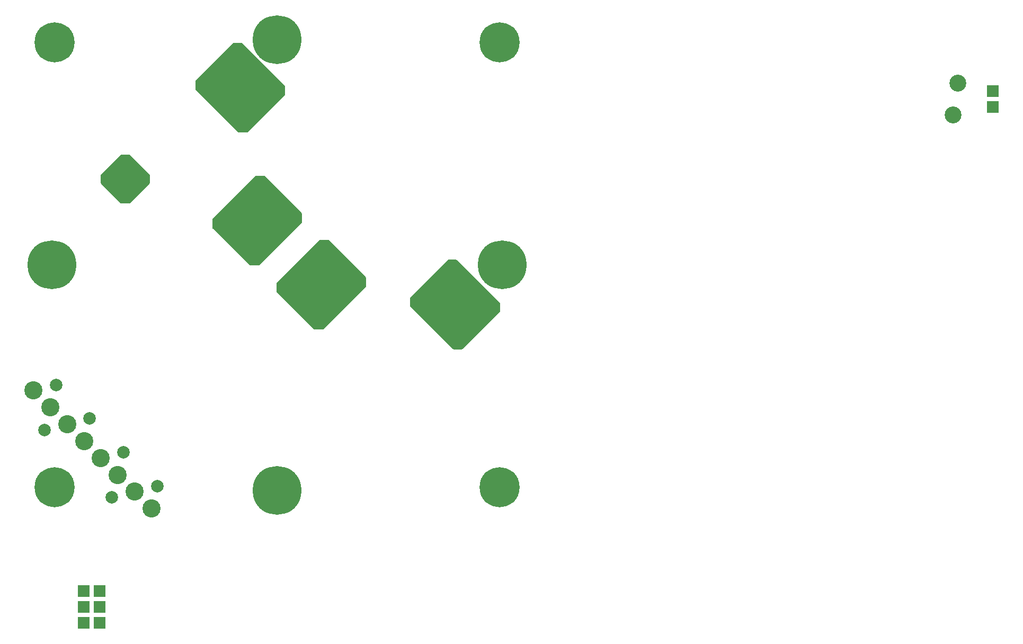
<source format=gbr>
%TF.GenerationSoftware,KiCad,Pcbnew,6.0.4-6f826c9f35~116~ubuntu20.04.1*%
%TF.CreationDate,2022-08-04T21:31:39+00:00*%
%TF.ProjectId,QFHMIX01E,5146484d-4958-4303-9145-2e6b69636164,rev?*%
%TF.SameCoordinates,Original*%
%TF.FileFunction,Soldermask,Top*%
%TF.FilePolarity,Negative*%
%FSLAX46Y46*%
G04 Gerber Fmt 4.6, Leading zero omitted, Abs format (unit mm)*
G04 Created by KiCad (PCBNEW 6.0.4-6f826c9f35~116~ubuntu20.04.1) date 2022-08-04 21:31:39*
%MOMM*%
%LPD*%
G01*
G04 APERTURE LIST*
G04 Aperture macros list*
%AMRoundRect*
0 Rectangle with rounded corners*
0 $1 Rounding radius*
0 $2 $3 $4 $5 $6 $7 $8 $9 X,Y pos of 4 corners*
0 Add a 4 corners polygon primitive as box body*
4,1,4,$2,$3,$4,$5,$6,$7,$8,$9,$2,$3,0*
0 Add four circle primitives for the rounded corners*
1,1,$1+$1,$2,$3*
1,1,$1+$1,$4,$5*
1,1,$1+$1,$6,$7*
1,1,$1+$1,$8,$9*
0 Add four rect primitives between the rounded corners*
20,1,$1+$1,$2,$3,$4,$5,0*
20,1,$1+$1,$4,$5,$6,$7,0*
20,1,$1+$1,$6,$7,$8,$9,0*
20,1,$1+$1,$8,$9,$2,$3,0*%
G04 Aperture macros list end*
%ADD10C,2.000000*%
%ADD11C,2.900000*%
%ADD12RoundRect,0.200000X-0.762000X-0.762000X0.762000X-0.762000X0.762000X0.762000X-0.762000X0.762000X0*%
%ADD13C,6.400000*%
%ADD14C,7.800000*%
%ADD15C,0.900000*%
%ADD16C,2.700000*%
%ADD17RoundRect,0.200000X0.762000X0.762000X-0.762000X0.762000X-0.762000X-0.762000X0.762000X-0.762000X0*%
G04 APERTURE END LIST*
D10*
%TO.C,J1*%
X114680511Y-109155028D03*
X123625412Y-127150895D03*
X130844972Y-125319489D03*
X125456819Y-119931335D03*
X120068665Y-114543181D03*
X112849105Y-116374588D03*
D11*
X111070731Y-110070731D03*
X113764808Y-112764808D03*
X116458885Y-115458885D03*
X119152962Y-118152962D03*
X121847038Y-120847038D03*
X124541115Y-123541115D03*
X127235192Y-126235192D03*
X129929269Y-128929269D03*
%TD*%
D12*
%TO.C,J2*%
X119120000Y-142094000D03*
X121660000Y-142094000D03*
X119120000Y-144634000D03*
X121660000Y-144634000D03*
X119120000Y-147174000D03*
X121660000Y-147174000D03*
%TD*%
D13*
%TO.C,M7*%
X185560000Y-125560000D03*
%TD*%
%TO.C,M6*%
X185560000Y-54440000D03*
%TD*%
%TO.C,M5*%
X114440000Y-125560000D03*
%TD*%
D14*
%TO.C,M4*%
X150000000Y-126000000D03*
D15*
X153000000Y-126000000D03*
X152598076Y-127500000D03*
X150000000Y-123000000D03*
X152598076Y-124500000D03*
X147401924Y-127500000D03*
X150000000Y-129000000D03*
X147000000Y-126000000D03*
X148500000Y-123401924D03*
X151500000Y-128598076D03*
X151500000Y-123401924D03*
X147401924Y-124500000D03*
X148500000Y-128598076D03*
%TD*%
D14*
%TO.C,M3*%
X150000000Y-54000000D03*
D15*
X151500000Y-51401924D03*
X152598076Y-55500000D03*
X148500000Y-51401924D03*
X153000000Y-54000000D03*
X147401924Y-55500000D03*
X150000000Y-57000000D03*
X147000000Y-54000000D03*
X151500000Y-56598076D03*
X148500000Y-56598076D03*
X150000000Y-51000000D03*
X152598076Y-52500000D03*
X147401924Y-52500000D03*
%TD*%
D14*
%TO.C,M1*%
X186000000Y-90000000D03*
D15*
X187500000Y-92598076D03*
X183401924Y-88500000D03*
X188598076Y-88500000D03*
X183401924Y-91500000D03*
X186000000Y-87000000D03*
X188598076Y-91500000D03*
X184500000Y-92598076D03*
X189000000Y-90000000D03*
X187500000Y-87401924D03*
X186000000Y-93000000D03*
X183000000Y-90000000D03*
X184500000Y-87401924D03*
%TD*%
D14*
%TO.C,M2*%
X114000000Y-90000000D03*
D15*
X112500000Y-87401924D03*
X117000000Y-90000000D03*
X111401924Y-88500000D03*
X116598076Y-91500000D03*
X115500000Y-87401924D03*
X112500000Y-92598076D03*
X114000000Y-93000000D03*
X111000000Y-90000000D03*
X114000000Y-87000000D03*
X111401924Y-91500000D03*
X116598076Y-88500000D03*
X115500000Y-92598076D03*
%TD*%
D13*
%TO.C,M8*%
X114440000Y-54440000D03*
%TD*%
D15*
%TO.C,U7*%
X146057538Y-82278248D03*
X145350431Y-81571141D03*
X144643325Y-82278248D03*
X147471752Y-82278248D03*
X146057538Y-83692462D03*
X148178859Y-84399569D03*
X147471752Y-83692462D03*
X145350431Y-82985355D03*
X148178859Y-82985355D03*
X147471752Y-85106675D03*
X146764645Y-82985355D03*
X146057538Y-80864035D03*
X148885965Y-83692462D03*
X146764645Y-81571141D03*
X146764645Y-84399569D03*
%TD*%
%TO.C,U8*%
X157721752Y-95256675D03*
X158428859Y-93135355D03*
X157721752Y-93842462D03*
X156307538Y-93842462D03*
X155600431Y-91721141D03*
X157014645Y-91721141D03*
X157721752Y-92428248D03*
X156307538Y-91014035D03*
X158428859Y-94549569D03*
X157014645Y-93135355D03*
X155600431Y-93135355D03*
X156307538Y-92428248D03*
X157014645Y-94549569D03*
X154893325Y-92428248D03*
X159135965Y-93842462D03*
%TD*%
D16*
%TO.C,D3*%
X258064000Y-66040000D03*
%TD*%
D17*
%TO.C,J3*%
X264414000Y-62230000D03*
X264414000Y-64770000D03*
%TD*%
D15*
%TO.C,U5*%
X145584614Y-61620400D03*
X142049080Y-62327507D03*
X143463293Y-60913293D03*
X144170400Y-63034614D03*
X144877507Y-62327507D03*
X143463293Y-63741720D03*
X144170400Y-61620400D03*
X143463293Y-62327507D03*
X146291720Y-60913293D03*
X145584614Y-60206186D03*
X144877507Y-59499080D03*
X144877507Y-60913293D03*
X142756186Y-63034614D03*
X142756186Y-61620400D03*
X144170400Y-60206186D03*
%TD*%
%TO.C,U6*%
X176107614Y-97379507D03*
X177521827Y-95965293D03*
X178936041Y-97379507D03*
X178936041Y-94551080D03*
X180350254Y-95965293D03*
X176814720Y-96672400D03*
X177521827Y-97379507D03*
X178228934Y-98086614D03*
X177521827Y-98793720D03*
X179643148Y-95258186D03*
X179643148Y-96672400D03*
X176814720Y-98086614D03*
X178228934Y-95258186D03*
X178228934Y-96672400D03*
X178936041Y-95965293D03*
%TD*%
D16*
%TO.C,D4*%
X258826000Y-60960000D03*
%TD*%
G36*
X178730331Y-89174002D02*
G01*
X178751305Y-89190905D01*
X185571786Y-96011386D01*
X185605812Y-96073698D01*
X185608691Y-96100481D01*
X185608691Y-97410314D01*
X185588689Y-97478435D01*
X185571786Y-97499409D01*
X179635188Y-103436007D01*
X179572876Y-103470033D01*
X179546093Y-103472912D01*
X178236259Y-103472912D01*
X178168138Y-103452910D01*
X178147164Y-103436007D01*
X171326683Y-96615525D01*
X171292657Y-96553213D01*
X171289778Y-96526430D01*
X171289778Y-95216598D01*
X171309780Y-95148477D01*
X171326683Y-95127503D01*
X177263281Y-89190905D01*
X177325593Y-89156879D01*
X177352376Y-89154000D01*
X178662210Y-89154000D01*
X178730331Y-89174002D01*
G37*
G36*
X158255523Y-86009594D02*
G01*
X158276497Y-86026497D01*
X164213095Y-91963095D01*
X164247121Y-92025407D01*
X164250000Y-92052190D01*
X164250000Y-93362024D01*
X164229998Y-93430145D01*
X164213095Y-93451119D01*
X157392613Y-100271600D01*
X157330301Y-100305626D01*
X157303518Y-100308505D01*
X155993686Y-100308505D01*
X155925565Y-100288503D01*
X155904591Y-100271600D01*
X149967993Y-94335002D01*
X149933967Y-94272690D01*
X149931088Y-94245907D01*
X149931088Y-92936073D01*
X149951090Y-92867952D01*
X149967993Y-92846978D01*
X156788474Y-86026497D01*
X156850786Y-85992471D01*
X156877569Y-85989592D01*
X158187402Y-85989592D01*
X158255523Y-86009594D01*
G37*
G36*
X148005523Y-75759594D02*
G01*
X148026497Y-75776497D01*
X153963095Y-81713095D01*
X153997121Y-81775407D01*
X154000000Y-81802190D01*
X154000000Y-83112024D01*
X153979998Y-83180145D01*
X153963095Y-83201119D01*
X147142613Y-90021600D01*
X147080301Y-90055626D01*
X147053518Y-90058505D01*
X145743686Y-90058505D01*
X145675565Y-90038503D01*
X145654591Y-90021600D01*
X139717993Y-84085002D01*
X139683967Y-84022690D01*
X139681088Y-83995907D01*
X139681088Y-82686073D01*
X139701090Y-82617952D01*
X139717993Y-82596978D01*
X146538474Y-75776497D01*
X146600786Y-75742471D01*
X146627569Y-75739592D01*
X147937402Y-75739592D01*
X148005523Y-75759594D01*
G37*
G36*
X126473150Y-72381631D02*
G01*
X126494124Y-72398534D01*
X129602295Y-75506704D01*
X129636321Y-75569016D01*
X129639200Y-75595799D01*
X129639200Y-76905633D01*
X129619198Y-76973754D01*
X129602295Y-76994728D01*
X126494124Y-80102899D01*
X126431812Y-80136925D01*
X126405029Y-80139804D01*
X125095196Y-80139804D01*
X125027075Y-80119802D01*
X125006101Y-80102899D01*
X121897930Y-76994728D01*
X121863904Y-76932416D01*
X121861025Y-76905633D01*
X121861025Y-75595799D01*
X121881027Y-75527678D01*
X121897930Y-75506704D01*
X125006101Y-72398534D01*
X125068413Y-72364508D01*
X125095196Y-72361629D01*
X126405029Y-72361629D01*
X126473150Y-72381631D01*
G37*
G36*
X144389531Y-54528402D02*
G01*
X144410505Y-54545305D01*
X151230986Y-61365786D01*
X151265012Y-61428098D01*
X151267891Y-61454881D01*
X151267891Y-62764714D01*
X151247889Y-62832835D01*
X151230986Y-62853809D01*
X145294388Y-68790407D01*
X145232076Y-68824433D01*
X145205293Y-68827312D01*
X143895459Y-68827312D01*
X143827338Y-68807310D01*
X143806364Y-68790407D01*
X136985883Y-61969925D01*
X136951857Y-61907613D01*
X136948978Y-61880830D01*
X136948978Y-60570998D01*
X136968980Y-60502877D01*
X136985883Y-60481903D01*
X142922481Y-54545305D01*
X142984793Y-54511279D01*
X143011576Y-54508400D01*
X144321410Y-54508400D01*
X144389531Y-54528402D01*
G37*
G36*
X178696990Y-89147081D02*
G01*
X178714018Y-89152081D01*
X178714382Y-89152462D01*
X178715356Y-89152474D01*
X178725365Y-89155413D01*
X178726216Y-89155918D01*
X185600933Y-96030635D01*
X185601274Y-96031091D01*
X185609778Y-96046665D01*
X185609766Y-96047191D01*
X185610446Y-96047888D01*
X185615446Y-96057045D01*
X185615691Y-96058003D01*
X185615691Y-97444531D01*
X185615610Y-97445094D01*
X185610610Y-97462122D01*
X185610229Y-97462486D01*
X185610217Y-97463460D01*
X185607278Y-97473469D01*
X185606773Y-97474320D01*
X179615939Y-103465154D01*
X179615483Y-103465495D01*
X179599909Y-103473999D01*
X179599383Y-103473987D01*
X179598686Y-103474667D01*
X179589529Y-103479667D01*
X179588571Y-103479912D01*
X178202042Y-103479912D01*
X178201479Y-103479831D01*
X178184451Y-103474831D01*
X178184087Y-103474450D01*
X178183113Y-103474438D01*
X178173104Y-103471499D01*
X178172253Y-103470994D01*
X171297536Y-96596276D01*
X171297195Y-96595820D01*
X171288691Y-96580246D01*
X171288703Y-96579720D01*
X171288023Y-96579023D01*
X171283023Y-96569866D01*
X171282778Y-96568908D01*
X171282778Y-95182381D01*
X171282859Y-95181818D01*
X171287718Y-95165269D01*
X171291745Y-95165269D01*
X171291778Y-95165353D01*
X171291778Y-96577839D01*
X171291860Y-96577874D01*
X178184930Y-103470945D01*
X178185014Y-103470912D01*
X179597502Y-103470912D01*
X179597537Y-103470830D01*
X185606724Y-97461643D01*
X185606691Y-97461559D01*
X185606691Y-96049072D01*
X185606609Y-96049037D01*
X178713539Y-89155967D01*
X178713455Y-89156000D01*
X177300967Y-89156000D01*
X177300932Y-89156082D01*
X171291745Y-95165269D01*
X171287718Y-95165269D01*
X171287859Y-95164790D01*
X171288240Y-95164426D01*
X171288252Y-95163452D01*
X171291191Y-95153443D01*
X171291696Y-95152592D01*
X177282530Y-89161758D01*
X177282986Y-89161417D01*
X177298560Y-89152913D01*
X177299086Y-89152925D01*
X177299783Y-89152245D01*
X177308940Y-89147245D01*
X177309898Y-89147000D01*
X178696427Y-89147000D01*
X178696990Y-89147081D01*
G37*
G36*
X158222182Y-85982673D02*
G01*
X158239210Y-85987673D01*
X158239574Y-85988054D01*
X158240548Y-85988066D01*
X158250557Y-85991005D01*
X158251408Y-85991510D01*
X164242242Y-91982344D01*
X164242583Y-91982800D01*
X164251087Y-91998374D01*
X164251075Y-91998900D01*
X164251755Y-91999597D01*
X164256755Y-92008754D01*
X164257000Y-92009712D01*
X164257000Y-93396241D01*
X164256919Y-93396804D01*
X164251919Y-93413832D01*
X164251538Y-93414196D01*
X164251526Y-93415170D01*
X164248587Y-93425179D01*
X164248082Y-93426030D01*
X157373364Y-100300747D01*
X157372908Y-100301088D01*
X157357334Y-100309592D01*
X157356808Y-100309580D01*
X157356111Y-100310260D01*
X157346954Y-100315260D01*
X157345996Y-100315505D01*
X155959469Y-100315505D01*
X155958906Y-100315424D01*
X155941878Y-100310424D01*
X155941514Y-100310043D01*
X155940540Y-100310031D01*
X155930531Y-100307092D01*
X155929680Y-100306587D01*
X149938846Y-94315753D01*
X149938505Y-94315297D01*
X149930001Y-94299723D01*
X149930013Y-94299197D01*
X149929333Y-94298500D01*
X149924333Y-94289343D01*
X149924088Y-94288385D01*
X149924088Y-92901856D01*
X149924169Y-92901293D01*
X149929028Y-92884744D01*
X149933055Y-92884744D01*
X149933088Y-92884828D01*
X149933088Y-94297316D01*
X149933170Y-94297351D01*
X155942357Y-100306538D01*
X155942441Y-100306505D01*
X157354927Y-100306505D01*
X157354962Y-100306423D01*
X164248033Y-93413353D01*
X164248000Y-93413269D01*
X164248000Y-92000781D01*
X164247918Y-92000746D01*
X158238731Y-85991559D01*
X158238647Y-85991592D01*
X156826160Y-85991592D01*
X156826125Y-85991674D01*
X149933055Y-92884744D01*
X149929028Y-92884744D01*
X149929169Y-92884265D01*
X149929550Y-92883901D01*
X149929562Y-92882927D01*
X149932501Y-92872918D01*
X149933006Y-92872067D01*
X156807723Y-85997350D01*
X156808179Y-85997009D01*
X156823753Y-85988505D01*
X156824279Y-85988517D01*
X156824976Y-85987837D01*
X156834133Y-85982837D01*
X156835091Y-85982592D01*
X158221619Y-85982592D01*
X158222182Y-85982673D01*
G37*
G36*
X147972182Y-75732673D02*
G01*
X147989210Y-75737673D01*
X147989574Y-75738054D01*
X147990548Y-75738066D01*
X148000557Y-75741005D01*
X148001408Y-75741510D01*
X153992242Y-81732344D01*
X153992583Y-81732800D01*
X154001087Y-81748374D01*
X154001075Y-81748900D01*
X154001755Y-81749597D01*
X154006755Y-81758754D01*
X154007000Y-81759712D01*
X154007000Y-83146241D01*
X154006919Y-83146804D01*
X154001919Y-83163832D01*
X154001538Y-83164196D01*
X154001526Y-83165170D01*
X153998587Y-83175179D01*
X153998082Y-83176030D01*
X147123364Y-90050747D01*
X147122908Y-90051088D01*
X147107334Y-90059592D01*
X147106808Y-90059580D01*
X147106111Y-90060260D01*
X147096954Y-90065260D01*
X147095996Y-90065505D01*
X145709469Y-90065505D01*
X145708906Y-90065424D01*
X145691878Y-90060424D01*
X145691514Y-90060043D01*
X145690540Y-90060031D01*
X145680531Y-90057092D01*
X145679680Y-90056587D01*
X139688846Y-84065753D01*
X139688505Y-84065297D01*
X139680001Y-84049723D01*
X139680013Y-84049197D01*
X139679333Y-84048500D01*
X139674333Y-84039343D01*
X139674088Y-84038385D01*
X139674088Y-82651856D01*
X139674169Y-82651293D01*
X139679028Y-82634744D01*
X139683055Y-82634744D01*
X139683088Y-82634828D01*
X139683088Y-84047316D01*
X139683170Y-84047351D01*
X145692357Y-90056538D01*
X145692441Y-90056505D01*
X147104927Y-90056505D01*
X147104962Y-90056423D01*
X153998033Y-83163353D01*
X153998000Y-83163269D01*
X153998000Y-81750781D01*
X153997918Y-81750746D01*
X147988731Y-75741559D01*
X147988647Y-75741592D01*
X146576160Y-75741592D01*
X146576125Y-75741674D01*
X139683055Y-82634744D01*
X139679028Y-82634744D01*
X139679169Y-82634265D01*
X139679550Y-82633901D01*
X139679562Y-82632927D01*
X139682501Y-82622918D01*
X139683006Y-82622067D01*
X146557723Y-75747350D01*
X146558179Y-75747009D01*
X146573753Y-75738505D01*
X146574279Y-75738517D01*
X146574976Y-75737837D01*
X146584133Y-75732837D01*
X146585091Y-75732592D01*
X147971619Y-75732592D01*
X147972182Y-75732673D01*
G37*
G36*
X126439809Y-72354710D02*
G01*
X126456837Y-72359710D01*
X126457201Y-72360091D01*
X126458175Y-72360103D01*
X126468184Y-72363042D01*
X126469035Y-72363547D01*
X129631442Y-75525953D01*
X129631783Y-75526409D01*
X129640287Y-75541983D01*
X129640275Y-75542509D01*
X129640955Y-75543206D01*
X129645955Y-75552363D01*
X129646200Y-75553321D01*
X129646200Y-76939850D01*
X129646119Y-76940413D01*
X129641119Y-76957441D01*
X129640738Y-76957805D01*
X129640726Y-76958779D01*
X129637787Y-76968788D01*
X129637282Y-76969639D01*
X126474875Y-80132046D01*
X126474419Y-80132387D01*
X126458845Y-80140891D01*
X126458319Y-80140879D01*
X126457622Y-80141559D01*
X126448465Y-80146559D01*
X126447507Y-80146804D01*
X125060979Y-80146804D01*
X125060416Y-80146723D01*
X125043388Y-80141723D01*
X125043024Y-80141342D01*
X125042050Y-80141330D01*
X125032041Y-80138391D01*
X125031190Y-80137886D01*
X121868783Y-76975479D01*
X121868442Y-76975023D01*
X121859938Y-76959449D01*
X121859950Y-76958923D01*
X121859270Y-76958226D01*
X121854270Y-76949069D01*
X121854025Y-76948111D01*
X121854025Y-75561582D01*
X121854106Y-75561019D01*
X121858965Y-75544470D01*
X121862992Y-75544470D01*
X121863025Y-75544554D01*
X121863025Y-76957042D01*
X121863107Y-76957077D01*
X125043867Y-80137837D01*
X125043951Y-80137804D01*
X126456438Y-80137804D01*
X126456473Y-80137722D01*
X129637233Y-76956962D01*
X129637200Y-76956878D01*
X129637200Y-75544390D01*
X129637118Y-75544355D01*
X126456358Y-72363596D01*
X126456274Y-72363629D01*
X125043787Y-72363629D01*
X125043752Y-72363711D01*
X121862992Y-75544470D01*
X121858965Y-75544470D01*
X121859106Y-75543991D01*
X121859487Y-75543627D01*
X121859499Y-75542653D01*
X121862438Y-75532644D01*
X121862943Y-75531793D01*
X125025350Y-72369387D01*
X125025806Y-72369046D01*
X125041380Y-72360542D01*
X125041906Y-72360554D01*
X125042603Y-72359874D01*
X125051760Y-72354874D01*
X125052718Y-72354629D01*
X126439246Y-72354629D01*
X126439809Y-72354710D01*
G37*
G36*
X144356190Y-54501481D02*
G01*
X144373218Y-54506481D01*
X144373582Y-54506862D01*
X144374556Y-54506874D01*
X144384565Y-54509813D01*
X144385416Y-54510318D01*
X151260133Y-61385035D01*
X151260474Y-61385491D01*
X151268978Y-61401065D01*
X151268966Y-61401591D01*
X151269646Y-61402288D01*
X151274646Y-61411445D01*
X151274891Y-61412403D01*
X151274891Y-62798931D01*
X151274810Y-62799494D01*
X151269810Y-62816522D01*
X151269429Y-62816886D01*
X151269417Y-62817860D01*
X151266478Y-62827869D01*
X151265973Y-62828720D01*
X145275139Y-68819554D01*
X145274683Y-68819895D01*
X145259109Y-68828399D01*
X145258583Y-68828387D01*
X145257886Y-68829067D01*
X145248729Y-68834067D01*
X145247771Y-68834312D01*
X143861242Y-68834312D01*
X143860679Y-68834231D01*
X143843651Y-68829231D01*
X143843287Y-68828850D01*
X143842313Y-68828838D01*
X143832304Y-68825899D01*
X143831453Y-68825394D01*
X136956736Y-61950676D01*
X136956395Y-61950220D01*
X136947891Y-61934646D01*
X136947903Y-61934120D01*
X136947223Y-61933423D01*
X136942223Y-61924266D01*
X136941978Y-61923308D01*
X136941978Y-60536781D01*
X136942059Y-60536218D01*
X136946918Y-60519669D01*
X136950945Y-60519669D01*
X136950978Y-60519753D01*
X136950978Y-61932239D01*
X136951060Y-61932274D01*
X143844130Y-68825345D01*
X143844214Y-68825312D01*
X145256702Y-68825312D01*
X145256737Y-68825230D01*
X151265924Y-62816043D01*
X151265891Y-62815959D01*
X151265891Y-61403472D01*
X151265809Y-61403437D01*
X144372739Y-54510367D01*
X144372655Y-54510400D01*
X142960167Y-54510400D01*
X142960132Y-54510482D01*
X136950945Y-60519669D01*
X136946918Y-60519669D01*
X136947059Y-60519190D01*
X136947440Y-60518826D01*
X136947452Y-60517852D01*
X136950391Y-60507843D01*
X136950896Y-60506992D01*
X142941730Y-54516158D01*
X142942186Y-54515817D01*
X142957760Y-54507313D01*
X142958286Y-54507325D01*
X142958983Y-54506645D01*
X142968140Y-54501645D01*
X142969098Y-54501400D01*
X144355627Y-54501400D01*
X144356190Y-54501481D01*
G37*
M02*

</source>
